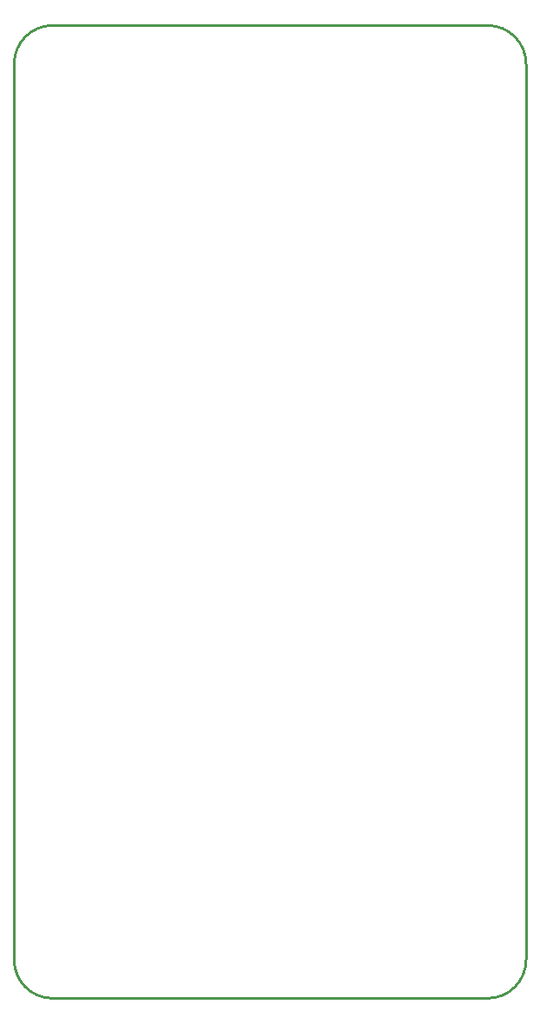
<source format=gm1>
G04*
G04 #@! TF.GenerationSoftware,Altium Limited,Altium Designer,22.11.1 (43)*
G04*
G04 Layer_Color=16711935*
%FSLAX44Y44*%
%MOMM*%
G71*
G04*
G04 #@! TF.SameCoordinates,966821B4-BCEF-4EC1-8609-D1904776FC7E*
G04*
G04*
G04 #@! TF.FilePolarity,Positive*
G04*
G01*
G75*
%ADD11C,0.2500*%
%ADD82C,0.2540*%
D11*
X37500Y950000D02*
X462500D01*
X500000Y912500D02*
X500000Y38311D01*
X-0Y37500D02*
X0Y912500D01*
X37500Y-0D02*
X462500Y0D01*
D82*
X37500Y950000D02*
G03*
X0Y912500I0J-37500D01*
G01*
Y37500D02*
G03*
X37500Y0I37500J0D01*
G01*
X462500D02*
G03*
X500000Y37500I0J37500D01*
G01*
Y912500D02*
G03*
X462500Y950000I-37500J0D01*
G01*
M02*

</source>
